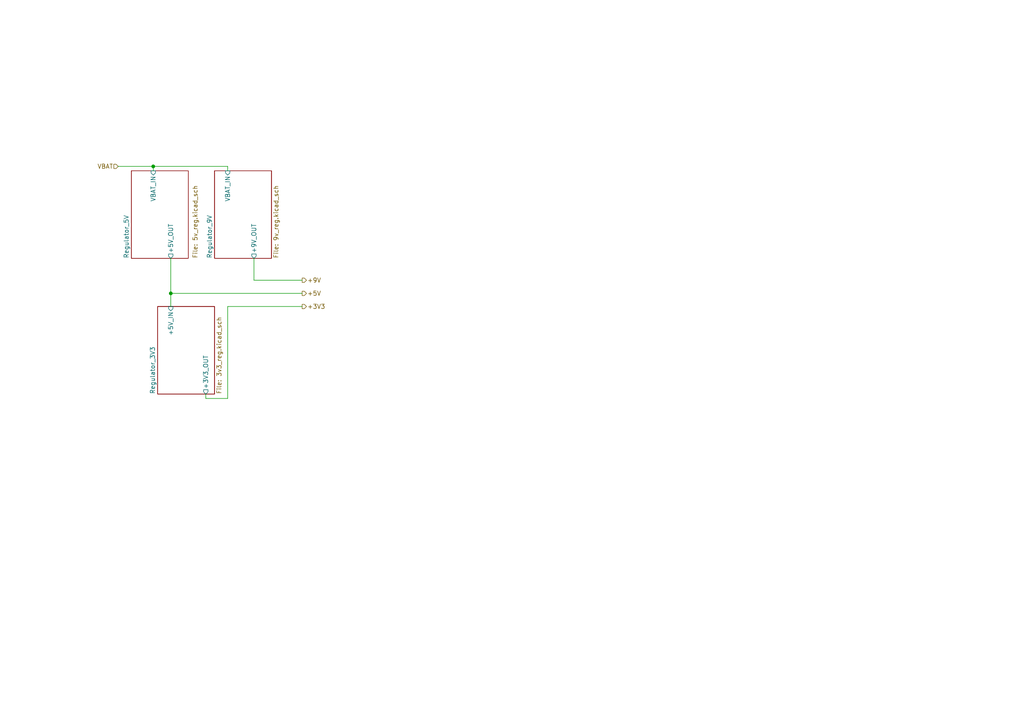
<source format=kicad_sch>
(kicad_sch
	(version 20250114)
	(generator "eeschema")
	(generator_version "9.0")
	(uuid "f57384b7-c4fd-4efb-892f-bda036e988ea")
	(paper "A4")
	(lib_symbols)
	(junction
		(at 44.45 48.26)
		(diameter 0)
		(color 0 0 0 0)
		(uuid "3a29c403-c2a9-440c-8070-76b8fced174e")
	)
	(junction
		(at 49.53 85.09)
		(diameter 0)
		(color 0 0 0 0)
		(uuid "c897b01e-adb3-499f-98ea-7ab5356d30c1")
	)
	(wire
		(pts
			(xy 66.04 88.9) (xy 87.63 88.9)
		)
		(stroke
			(width 0)
			(type default)
		)
		(uuid "12ae9e4e-95a9-4a04-a1fd-23cd1aae2f6b")
	)
	(wire
		(pts
			(xy 73.66 74.93) (xy 73.66 81.28)
		)
		(stroke
			(width 0)
			(type default)
		)
		(uuid "12d7624b-1e93-4140-b017-90a235e0b7f7")
	)
	(wire
		(pts
			(xy 49.53 85.09) (xy 49.53 88.9)
		)
		(stroke
			(width 0)
			(type default)
		)
		(uuid "1d3dce85-1b90-497c-a311-ff1638e3bd49")
	)
	(wire
		(pts
			(xy 44.45 48.26) (xy 66.04 48.26)
		)
		(stroke
			(width 0)
			(type default)
		)
		(uuid "1da1b50c-ddf3-4032-b918-15cd0d50a9b1")
	)
	(wire
		(pts
			(xy 73.66 81.28) (xy 87.63 81.28)
		)
		(stroke
			(width 0)
			(type default)
		)
		(uuid "202d49d9-f01e-4833-a2d1-b817b53f9ebb")
	)
	(wire
		(pts
			(xy 49.53 85.09) (xy 87.63 85.09)
		)
		(stroke
			(width 0)
			(type default)
		)
		(uuid "20f3f946-272f-45a5-b024-74de0a1d6507")
	)
	(wire
		(pts
			(xy 34.29 48.26) (xy 44.45 48.26)
		)
		(stroke
			(width 0)
			(type default)
		)
		(uuid "448fb12b-a791-4962-9bc6-3add13e54fa1")
	)
	(wire
		(pts
			(xy 44.45 48.26) (xy 44.45 49.53)
		)
		(stroke
			(width 0)
			(type default)
		)
		(uuid "61573594-5d4c-4568-9be2-dbe3056b5c83")
	)
	(wire
		(pts
			(xy 66.04 48.26) (xy 66.04 49.53)
		)
		(stroke
			(width 0)
			(type default)
		)
		(uuid "6c7a0d35-b134-4de9-a554-958047e5aca7")
	)
	(wire
		(pts
			(xy 66.04 115.57) (xy 66.04 88.9)
		)
		(stroke
			(width 0)
			(type default)
		)
		(uuid "ca5cb250-9c38-46f4-85e0-0cd0f2963852")
	)
	(wire
		(pts
			(xy 49.53 74.93) (xy 49.53 85.09)
		)
		(stroke
			(width 0)
			(type default)
		)
		(uuid "d46815a4-ed91-4393-a0f4-1b13419c8ce1")
	)
	(wire
		(pts
			(xy 59.69 115.57) (xy 66.04 115.57)
		)
		(stroke
			(width 0)
			(type default)
		)
		(uuid "d9e0537a-64a6-4430-ab5c-5ab080fd3ae5")
	)
	(wire
		(pts
			(xy 59.69 114.3) (xy 59.69 115.57)
		)
		(stroke
			(width 0)
			(type default)
		)
		(uuid "fc64b907-a520-4a6e-9fb6-05ea915c7a24")
	)
	(hierarchical_label "VBAT"
		(shape input)
		(at 34.29 48.26 180)
		(effects
			(font
				(size 1.27 1.27)
			)
			(justify right)
		)
		(uuid "9cbc14ba-5cc5-435b-804b-ade9ee79b4d2")
	)
	(hierarchical_label "+5V"
		(shape output)
		(at 87.63 85.09 0)
		(effects
			(font
				(size 1.27 1.27)
			)
			(justify left)
		)
		(uuid "b9389ba2-50ea-4350-a094-a7a46ce1bac1")
	)
	(hierarchical_label "+3V3"
		(shape output)
		(at 87.63 88.9 0)
		(effects
			(font
				(size 1.27 1.27)
			)
			(justify left)
		)
		(uuid "ba545d90-b9e0-4396-bdc7-697c5c871196")
	)
	(hierarchical_label "+9V"
		(shape output)
		(at 87.63 81.28 0)
		(effects
			(font
				(size 1.27 1.27)
			)
			(justify left)
		)
		(uuid "fa37d8fc-96e6-4b36-8580-abe88241bedf")
	)
	(sheet
		(at 62.23 49.53)
		(size 16.51 25.4)
		(exclude_from_sim no)
		(in_bom yes)
		(on_board yes)
		(dnp no)
		(fields_autoplaced yes)
		(stroke
			(width 0.1524)
			(type solid)
		)
		(fill
			(color 0 0 0 0.0000)
		)
		(uuid "3f52d128-28c3-4454-a24b-9559ebb538b1")
		(property "Sheetname" "Regulator_9V"
			(at 61.5184 74.93 90)
			(effects
				(font
					(size 1.27 1.27)
				)
				(justify left bottom)
			)
		)
		(property "Sheetfile" "9v_reg.kicad_sch"
			(at 79.3246 74.93 90)
			(effects
				(font
					(size 1.27 1.27)
				)
				(justify left top)
			)
		)
		(pin "+9V_OUT" output
			(at 73.66 74.93 270)
			(uuid "5a3d9350-114c-44f7-bb82-359966692fa8")
			(effects
				(font
					(size 1.27 1.27)
				)
				(justify left)
			)
		)
		(pin "VBAT_IN" input
			(at 66.04 49.53 90)
			(uuid "8f0b5952-780a-4db1-8d70-3833d3607e2d")
			(effects
				(font
					(size 1.27 1.27)
				)
				(justify right)
			)
		)
		(instances
			(project "fligh controler"
				(path "/9ac87d7b-7c63-4195-8fde-46e8d8136fbe/cb72bb9b-4878-4d82-89eb-a84c13808311"
					(page "7")
				)
			)
		)
	)
	(sheet
		(at 45.72 88.9)
		(size 16.51 25.4)
		(exclude_from_sim no)
		(in_bom yes)
		(on_board yes)
		(dnp no)
		(fields_autoplaced yes)
		(stroke
			(width 0.1524)
			(type solid)
		)
		(fill
			(color 0 0 0 0.0000)
		)
		(uuid "470502b5-978c-4e41-afe8-1861561d3fa5")
		(property "Sheetname" "Regulator_3V3"
			(at 45.0084 114.3 90)
			(effects
				(font
					(size 1.27 1.27)
				)
				(justify left bottom)
			)
		)
		(property "Sheetfile" "3v3_reg.kicad_sch"
			(at 62.8146 114.3 90)
			(effects
				(font
					(size 1.27 1.27)
				)
				(justify left top)
			)
		)
		(pin "+3V3_OUT" output
			(at 59.69 114.3 270)
			(uuid "449e2e86-fbe5-4f1d-a9e3-7df66e2dc0d5")
			(effects
				(font
					(size 1.27 1.27)
				)
				(justify left)
			)
		)
		(pin "+5V_IN" input
			(at 49.53 88.9 90)
			(uuid "ffc9bcc4-c5d2-4871-98c0-936994a96e0b")
			(effects
				(font
					(size 1.27 1.27)
				)
				(justify right)
			)
		)
		(instances
			(project "fligh controler"
				(path "/9ac87d7b-7c63-4195-8fde-46e8d8136fbe/cb72bb9b-4878-4d82-89eb-a84c13808311"
					(page "8")
				)
			)
		)
	)
	(sheet
		(at 38.1 49.53)
		(size 16.51 25.4)
		(exclude_from_sim no)
		(in_bom yes)
		(on_board yes)
		(dnp no)
		(stroke
			(width 0.1524)
			(type solid)
		)
		(fill
			(color 0 0 0 0.0000)
		)
		(uuid "f284c435-5dcc-4621-98e9-3353b10102f5")
		(property "Sheetname" "Regulator_5V"
			(at 37.3884 74.93 90)
			(effects
				(font
					(size 1.27 1.27)
				)
				(justify left bottom)
			)
		)
		(property "Sheetfile" "5v_reg.kicad_sch"
			(at 55.88 74.93 90)
			(effects
				(font
					(size 1.27 1.27)
				)
				(justify left top)
			)
		)
		(pin "+5V_OUT" output
			(at 49.53 74.93 270)
			(uuid "1ccb237b-03f9-4a5d-8087-9d135b61b16c")
			(effects
				(font
					(size 1.27 1.27)
				)
				(justify left)
			)
		)
		(pin "VBAT_IN" input
			(at 44.45 49.53 90)
			(uuid "ecf55684-54a1-4fc6-a7d8-55baaf0a7af4")
			(effects
				(font
					(size 1.27 1.27)
				)
				(justify right)
			)
		)
		(instances
			(project "fligh controler"
				(path "/9ac87d7b-7c63-4195-8fde-46e8d8136fbe/cb72bb9b-4878-4d82-89eb-a84c13808311"
					(page "6")
				)
			)
		)
	)
)

</source>
